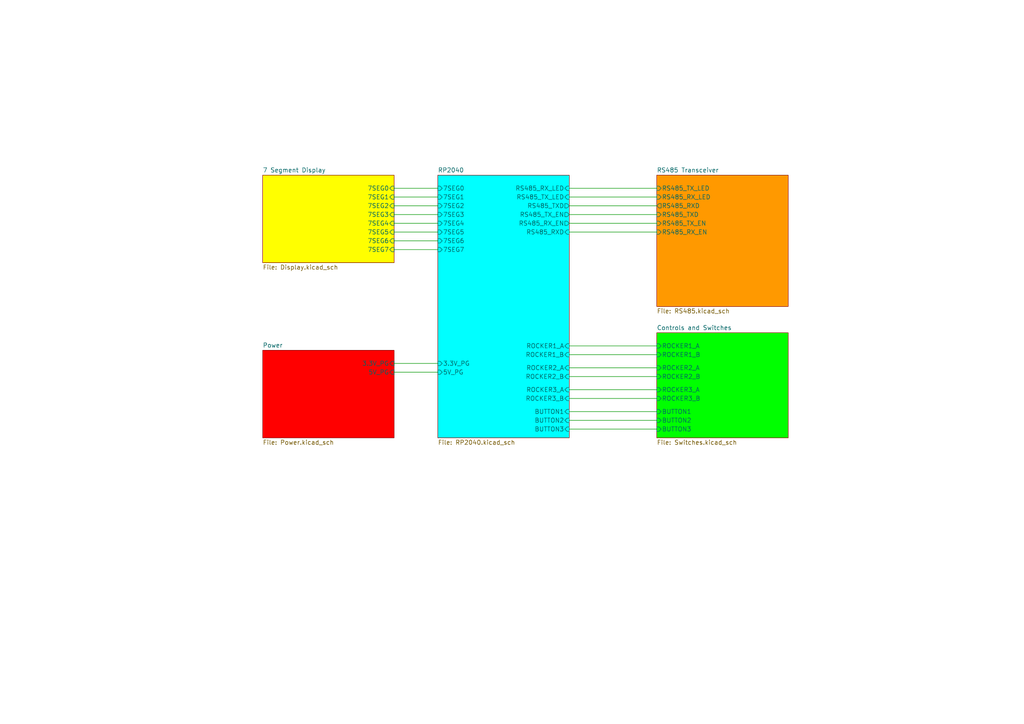
<source format=kicad_sch>
(kicad_sch
	(version 20231120)
	(generator "eeschema")
	(generator_version "8.0")
	(uuid "e29618a9-4386-4e89-b18e-ffca5bc42d97")
	(paper "A4")
	(lib_symbols)
	(wire
		(pts
			(xy 114.3 105.41) (xy 127 105.41)
		)
		(stroke
			(width 0)
			(type default)
		)
		(uuid "20ff1932-d6b2-4f40-b353-a8bc6174fcab")
	)
	(wire
		(pts
			(xy 165.1 124.46) (xy 190.5 124.46)
		)
		(stroke
			(width 0)
			(type default)
		)
		(uuid "45258ebc-5be4-4111-a273-00233f5397be")
	)
	(wire
		(pts
			(xy 165.1 102.87) (xy 190.5 102.87)
		)
		(stroke
			(width 0)
			(type default)
		)
		(uuid "48b9a27b-8d74-4e29-91d7-a195bc7f335a")
	)
	(wire
		(pts
			(xy 114.3 107.95) (xy 127 107.95)
		)
		(stroke
			(width 0)
			(type default)
		)
		(uuid "48c9bd82-fe61-48a4-a017-c3c32d981e0a")
	)
	(wire
		(pts
			(xy 114.3 57.15) (xy 127 57.15)
		)
		(stroke
			(width 0)
			(type default)
		)
		(uuid "4ff73549-81c7-4a3e-a2a2-5625938d9c7d")
	)
	(wire
		(pts
			(xy 165.1 59.69) (xy 190.5 59.69)
		)
		(stroke
			(width 0)
			(type default)
		)
		(uuid "694759a8-77bb-4dc5-81fd-4991b67c51d0")
	)
	(wire
		(pts
			(xy 165.1 121.92) (xy 190.5 121.92)
		)
		(stroke
			(width 0)
			(type default)
		)
		(uuid "69de5765-cb17-4c05-8086-4e4db83280b3")
	)
	(wire
		(pts
			(xy 165.1 54.61) (xy 190.5 54.61)
		)
		(stroke
			(width 0)
			(type default)
		)
		(uuid "6f3719fc-a633-4f2b-8839-9e716e7302c9")
	)
	(wire
		(pts
			(xy 165.1 57.15) (xy 190.5 57.15)
		)
		(stroke
			(width 0)
			(type default)
		)
		(uuid "72bf141f-772e-4f54-90ff-8be7a96a27a9")
	)
	(wire
		(pts
			(xy 114.3 67.31) (xy 127 67.31)
		)
		(stroke
			(width 0)
			(type default)
		)
		(uuid "7619730d-83d7-42cf-a0fa-f9df8e45ce94")
	)
	(wire
		(pts
			(xy 114.3 59.69) (xy 127 59.69)
		)
		(stroke
			(width 0)
			(type default)
		)
		(uuid "7c36452a-0b8e-46c4-8446-60d021c41819")
	)
	(wire
		(pts
			(xy 114.3 72.39) (xy 127 72.39)
		)
		(stroke
			(width 0)
			(type default)
		)
		(uuid "8a5de9c8-4c06-4453-9dd5-2a9cfaeb2e3e")
	)
	(wire
		(pts
			(xy 165.1 62.23) (xy 190.5 62.23)
		)
		(stroke
			(width 0)
			(type default)
		)
		(uuid "957ed0af-ed59-412d-b19d-561385783991")
	)
	(wire
		(pts
			(xy 114.3 64.77) (xy 127 64.77)
		)
		(stroke
			(width 0)
			(type default)
		)
		(uuid "9660a728-00f6-472e-b098-ddeb409daf1d")
	)
	(wire
		(pts
			(xy 165.1 119.38) (xy 190.5 119.38)
		)
		(stroke
			(width 0)
			(type default)
		)
		(uuid "9be9eb5e-b0bf-4f7a-9780-be01ae5e154b")
	)
	(wire
		(pts
			(xy 114.3 62.23) (xy 127 62.23)
		)
		(stroke
			(width 0)
			(type default)
		)
		(uuid "9fe0da1f-62f6-4c6f-aaa3-d92cad60d67e")
	)
	(wire
		(pts
			(xy 114.3 69.85) (xy 127 69.85)
		)
		(stroke
			(width 0)
			(type default)
		)
		(uuid "aac4abc8-39e2-4b9f-b624-92ccad05cfd6")
	)
	(wire
		(pts
			(xy 165.1 64.77) (xy 190.5 64.77)
		)
		(stroke
			(width 0)
			(type default)
		)
		(uuid "aed59e4a-b753-4884-92f3-bea25371a497")
	)
	(wire
		(pts
			(xy 114.3 54.61) (xy 127 54.61)
		)
		(stroke
			(width 0)
			(type default)
		)
		(uuid "c7ff2247-9d92-4895-b405-92b4ef8427d3")
	)
	(wire
		(pts
			(xy 165.1 115.57) (xy 190.5 115.57)
		)
		(stroke
			(width 0)
			(type default)
		)
		(uuid "cf5e9183-ef01-4fc5-b0e0-afce1ce11d22")
	)
	(wire
		(pts
			(xy 165.1 106.68) (xy 190.5 106.68)
		)
		(stroke
			(width 0)
			(type default)
		)
		(uuid "d0fb5049-4153-4985-868d-e12b813f4fb8")
	)
	(wire
		(pts
			(xy 165.1 113.03) (xy 190.5 113.03)
		)
		(stroke
			(width 0)
			(type default)
		)
		(uuid "d2da77ac-b88a-4484-a18a-37d5c94e06d0")
	)
	(wire
		(pts
			(xy 165.1 109.22) (xy 190.5 109.22)
		)
		(stroke
			(width 0)
			(type default)
		)
		(uuid "f9514069-e9ca-428e-b126-20ef68a1f8a1")
	)
	(wire
		(pts
			(xy 165.1 100.33) (xy 190.5 100.33)
		)
		(stroke
			(width 0)
			(type default)
		)
		(uuid "fe17a8b3-c6b5-4324-828f-56e9c5de6bec")
	)
	(wire
		(pts
			(xy 165.1 67.31) (xy 190.5 67.31)
		)
		(stroke
			(width 0)
			(type default)
		)
		(uuid "fe2eed08-0ed4-41ec-aecb-3a08e30d860b")
	)
	(sheet
		(at 190.5 96.52)
		(size 38.1 30.48)
		(fields_autoplaced yes)
		(stroke
			(width 0.1524)
			(type solid)
		)
		(fill
			(color 0 255 0 1.0000)
		)
		(uuid "03c032f6-d9ec-4cb0-8301-df4c86f9d6f2")
		(property "Sheetname" "Controls and Switches"
			(at 190.5 95.8084 0)
			(effects
				(font
					(size 1.27 1.27)
				)
				(justify left bottom)
			)
		)
		(property "Sheetfile" "Switches.kicad_sch"
			(at 190.5 127.5846 0)
			(effects
				(font
					(size 1.27 1.27)
				)
				(justify left top)
			)
		)
		(pin "ROCKER1_B" input
			(at 190.5 102.87 180)
			(effects
				(font
					(size 1.27 1.27)
				)
				(justify left)
			)
			(uuid "ce6b8914-e01e-4f6d-ada6-8ee4d0de3229")
		)
		(pin "ROCKER2_B" input
			(at 190.5 109.22 180)
			(effects
				(font
					(size 1.27 1.27)
				)
				(justify left)
			)
			(uuid "f7e5dc0d-c1a0-46f3-983b-bc24e880072f")
		)
		(pin "ROCKER1_A" input
			(at 190.5 100.33 180)
			(effects
				(font
					(size 1.27 1.27)
				)
				(justify left)
			)
			(uuid "ae4b1398-36b8-4b6f-a4d0-e4ac24d9f2b3")
		)
		(pin "ROCKER2_A" input
			(at 190.5 106.68 180)
			(effects
				(font
					(size 1.27 1.27)
				)
				(justify left)
			)
			(uuid "8dce99a2-c9e5-4b09-98aa-cc7cd3809696")
		)
		(pin "ROCKER3_B" input
			(at 190.5 115.57 180)
			(effects
				(font
					(size 1.27 1.27)
				)
				(justify left)
			)
			(uuid "ce5ed688-f7c2-497a-96cb-4a9be0d3fe15")
		)
		(pin "ROCKER3_A" input
			(at 190.5 113.03 180)
			(effects
				(font
					(size 1.27 1.27)
				)
				(justify left)
			)
			(uuid "ec6e4e5e-fe5c-48ee-9469-5bb9f30ce2df")
		)
		(pin "BUTTON2" input
			(at 190.5 121.92 180)
			(effects
				(font
					(size 1.27 1.27)
				)
				(justify left)
			)
			(uuid "d56ac78a-1c46-48b3-b8b2-2110f4149d39")
		)
		(pin "BUTTON3" input
			(at 190.5 124.46 180)
			(effects
				(font
					(size 1.27 1.27)
				)
				(justify left)
			)
			(uuid "32133fbe-fb2d-48f2-a219-430e5f05f601")
		)
		(pin "BUTTON1" input
			(at 190.5 119.38 180)
			(effects
				(font
					(size 1.27 1.27)
				)
				(justify left)
			)
			(uuid "686011c9-68c9-4676-b91e-094caf643e16")
		)
		(instances
			(project "recline-controls"
				(path "/e29618a9-4386-4e89-b18e-ffca5bc42d97"
					(page "6")
				)
			)
		)
	)
	(sheet
		(at 127 50.8)
		(size 38.1 76.2)
		(fields_autoplaced yes)
		(stroke
			(width 0.1524)
			(type solid)
		)
		(fill
			(color 0 255 255 1.0000)
		)
		(uuid "4f78fe3d-4cd4-441a-a603-f2bfa84ad956")
		(property "Sheetname" "RP2040"
			(at 127 50.0884 0)
			(effects
				(font
					(size 1.27 1.27)
				)
				(justify left bottom)
			)
		)
		(property "Sheetfile" "RP2040.kicad_sch"
			(at 127 127.5846 0)
			(effects
				(font
					(size 1.27 1.27)
				)
				(justify left top)
			)
		)
		(pin "RS485_RX_LED" input
			(at 165.1 54.61 0)
			(effects
				(font
					(size 1.27 1.27)
				)
				(justify right)
			)
			(uuid "7a0d1755-fa62-437d-afa7-543d62c41469")
		)
		(pin "RS485_TXD" output
			(at 165.1 59.69 0)
			(effects
				(font
					(size 1.27 1.27)
				)
				(justify right)
			)
			(uuid "f3500bf1-c335-4bd2-9de6-74e9e218af37")
		)
		(pin "RS485_TX_EN" output
			(at 165.1 62.23 0)
			(effects
				(font
					(size 1.27 1.27)
				)
				(justify right)
			)
			(uuid "75004a2a-172c-4075-9d8d-4ced817f5f0e")
		)
		(pin "RS485_TX_LED" input
			(at 165.1 57.15 0)
			(effects
				(font
					(size 1.27 1.27)
				)
				(justify right)
			)
			(uuid "bd89dd63-ebf5-4084-9b89-bc3c6f34d087")
		)
		(pin "RS485_RX_EN" output
			(at 165.1 64.77 0)
			(effects
				(font
					(size 1.27 1.27)
				)
				(justify right)
			)
			(uuid "0a382720-367b-422e-8f6e-2892f9a4495b")
		)
		(pin "RS485_RXD" input
			(at 165.1 67.31 0)
			(effects
				(font
					(size 1.27 1.27)
				)
				(justify right)
			)
			(uuid "b33f2859-772f-4b98-a729-38630812acf3")
		)
		(pin "5V_PG" input
			(at 127 107.95 180)
			(effects
				(font
					(size 1.27 1.27)
				)
				(justify left)
			)
			(uuid "c5c90e34-2332-44ff-a1a2-bc62a711a2a1")
		)
		(pin "3.3V_PG" input
			(at 127 105.41 180)
			(effects
				(font
					(size 1.27 1.27)
				)
				(justify left)
			)
			(uuid "8c2aa228-3ce8-4212-94fd-16c1b37fa279")
		)
		(pin "ROCKER1_A" input
			(at 165.1 100.33 0)
			(effects
				(font
					(size 1.27 1.27)
				)
				(justify right)
			)
			(uuid "c31d1c55-e7ba-4f82-b3e0-2121be38eb8c")
		)
		(pin "ROCKER2_A" input
			(at 165.1 106.68 0)
			(effects
				(font
					(size 1.27 1.27)
				)
				(justify right)
			)
			(uuid "8b074fef-114c-4551-9d56-3fefc1fe8d72")
		)
		(pin "ROCKER2_B" input
			(at 165.1 109.22 0)
			(effects
				(font
					(size 1.27 1.27)
				)
				(justify right)
			)
			(uuid "1308450d-cdc0-4614-afde-093a40f4bbe6")
		)
		(pin "ROCKER1_B" input
			(at 165.1 102.87 0)
			(effects
				(font
					(size 1.27 1.27)
				)
				(justify right)
			)
			(uuid "e91d51fe-e093-47f4-b9f9-73883768c20e")
		)
		(pin "BUTTON2" input
			(at 165.1 121.92 0)
			(effects
				(font
					(size 1.27 1.27)
				)
				(justify right)
			)
			(uuid "46d05784-af9d-4828-b7df-f548dc4986ce")
		)
		(pin "BUTTON1" input
			(at 165.1 119.38 0)
			(effects
				(font
					(size 1.27 1.27)
				)
				(justify right)
			)
			(uuid "d5cca057-db67-49a2-8854-a0a4690a8896")
		)
		(pin "ROCKER3_B" input
			(at 165.1 115.57 0)
			(effects
				(font
					(size 1.27 1.27)
				)
				(justify right)
			)
			(uuid "72f399e6-d01c-4984-9715-6e6c1bacbde4")
		)
		(pin "ROCKER3_A" input
			(at 165.1 113.03 0)
			(effects
				(font
					(size 1.27 1.27)
				)
				(justify right)
			)
			(uuid "51cf79a0-cad1-4c4e-9fde-b51533fdbd7f")
		)
		(pin "BUTTON3" input
			(at 165.1 124.46 0)
			(effects
				(font
					(size 1.27 1.27)
				)
				(justify right)
			)
			(uuid "f96459f4-a24a-409d-bfc3-24d121a59eb3")
		)
		(pin "7SEG4" input
			(at 127 64.77 180)
			(effects
				(font
					(size 1.27 1.27)
				)
				(justify left)
			)
			(uuid "5365df03-2d2a-425a-86d8-8367804a59ec")
		)
		(pin "7SEG2" input
			(at 127 59.69 180)
			(effects
				(font
					(size 1.27 1.27)
				)
				(justify left)
			)
			(uuid "8e87d7b1-15aa-44be-95c8-b0c88da1a245")
		)
		(pin "7SEG1" input
			(at 127 57.15 180)
			(effects
				(font
					(size 1.27 1.27)
				)
				(justify left)
			)
			(uuid "34e7b61e-1a69-42e1-b65b-cbbcbff221d9")
		)
		(pin "7SEG5" input
			(at 127 67.31 180)
			(effects
				(font
					(size 1.27 1.27)
				)
				(justify left)
			)
			(uuid "4903f5a1-4fd0-4469-bef6-806de09ba28b")
		)
		(pin "7SEG3" input
			(at 127 62.23 180)
			(effects
				(font
					(size 1.27 1.27)
				)
				(justify left)
			)
			(uuid "e423788e-4e31-476f-9baf-91adfb6f9c8a")
		)
		(pin "7SEG6" input
			(at 127 69.85 180)
			(effects
				(font
					(size 1.27 1.27)
				)
				(justify left)
			)
			(uuid "6b21244b-1c69-4fc7-aa4b-4321831355c8")
		)
		(pin "7SEG7" input
			(at 127 72.39 180)
			(effects
				(font
					(size 1.27 1.27)
				)
				(justify left)
			)
			(uuid "e2e39811-13af-4270-9b5b-ac3fe141a738")
		)
		(pin "7SEG0" input
			(at 127 54.61 180)
			(effects
				(font
					(size 1.27 1.27)
				)
				(justify left)
			)
			(uuid "83fdd73b-b313-45d0-abb1-6d16f057daee")
		)
		(instances
			(project "recline-controls"
				(path "/e29618a9-4386-4e89-b18e-ffca5bc42d97"
					(page "2")
				)
			)
		)
	)
	(sheet
		(at 76.2 50.8)
		(size 38.1 25.4)
		(fields_autoplaced yes)
		(stroke
			(width 0.1524)
			(type solid)
		)
		(fill
			(color 255 255 0 1.0000)
		)
		(uuid "84696a81-4303-4dc9-95d6-8f2833f496ab")
		(property "Sheetname" "7 Segment Display"
			(at 76.2 50.0884 0)
			(effects
				(font
					(size 1.27 1.27)
				)
				(justify left bottom)
			)
		)
		(property "Sheetfile" "Display.kicad_sch"
			(at 76.2 76.7846 0)
			(effects
				(font
					(size 1.27 1.27)
				)
				(justify left top)
			)
		)
		(pin "7SEG5" input
			(at 114.3 67.31 0)
			(effects
				(font
					(size 1.27 1.27)
				)
				(justify right)
			)
			(uuid "4c377d58-b613-4619-ae34-c70cf4fdf453")
		)
		(pin "7SEG2" input
			(at 114.3 59.69 0)
			(effects
				(font
					(size 1.27 1.27)
				)
				(justify right)
			)
			(uuid "79c09c68-9719-41d7-a4c4-c372eb776546")
		)
		(pin "7SEG1" input
			(at 114.3 57.15 0)
			(effects
				(font
					(size 1.27 1.27)
				)
				(justify right)
			)
			(uuid "1254a775-f0d4-46bf-9ef8-3de398ced1fb")
		)
		(pin "7SEG3" input
			(at 114.3 62.23 0)
			(effects
				(font
					(size 1.27 1.27)
				)
				(justify right)
			)
			(uuid "67b5ae22-a6bd-42e2-bc21-91e6eaeea28a")
		)
		(pin "7SEG7" input
			(at 114.3 72.39 0)
			(effects
				(font
					(size 1.27 1.27)
				)
				(justify right)
			)
			(uuid "01058bd1-977b-4f69-88b0-c813688f71d5")
		)
		(pin "7SEG4" input
			(at 114.3 64.77 0)
			(effects
				(font
					(size 1.27 1.27)
				)
				(justify right)
			)
			(uuid "a401018d-9205-4014-a5eb-60d2052a988e")
		)
		(pin "7SEG6" input
			(at 114.3 69.85 0)
			(effects
				(font
					(size 1.27 1.27)
				)
				(justify right)
			)
			(uuid "02ebd90f-d27e-46ba-a08e-4882d46c875a")
		)
		(pin "7SEG0" input
			(at 114.3 54.61 0)
			(effects
				(font
					(size 1.27 1.27)
				)
				(justify right)
			)
			(uuid "15b17ed9-c328-491b-a41e-a042c075fd8d")
		)
		(instances
			(project "recline-controls"
				(path "/e29618a9-4386-4e89-b18e-ffca5bc42d97"
					(page "5")
				)
			)
		)
	)
	(sheet
		(at 190.5 50.8)
		(size 38.1 38.1)
		(fields_autoplaced yes)
		(stroke
			(width 0.1524)
			(type solid)
		)
		(fill
			(color 255 153 0 1.0000)
		)
		(uuid "c015e9f1-b0fe-4071-88b9-a5f7158e9ed8")
		(property "Sheetname" "RS485 Transceiver"
			(at 190.5 50.0884 0)
			(effects
				(font
					(size 1.27 1.27)
				)
				(justify left bottom)
			)
		)
		(property "Sheetfile" "RS485.kicad_sch"
			(at 190.5 89.4846 0)
			(effects
				(font
					(size 1.27 1.27)
				)
				(justify left top)
			)
		)
		(pin "RS485_TX_LED" input
			(at 190.5 54.61 180)
			(effects
				(font
					(size 1.27 1.27)
				)
				(justify left)
			)
			(uuid "d53a7dc6-d244-4e82-b6b6-a1ef72f09f72")
		)
		(pin "RS485_RX_LED" input
			(at 190.5 57.15 180)
			(effects
				(font
					(size 1.27 1.27)
				)
				(justify left)
			)
			(uuid "755ee75e-dcbb-4d6e-9347-e2417b88cc03")
		)
		(pin "RS485_RXD" output
			(at 190.5 59.69 180)
			(effects
				(font
					(size 1.27 1.27)
				)
				(justify left)
			)
			(uuid "fdf452a9-af74-44a7-83af-3f4f11ed9512")
		)
		(pin "RS485_TX_EN" input
			(at 190.5 64.77 180)
			(effects
				(font
					(size 1.27 1.27)
				)
				(justify left)
			)
			(uuid "e2e15538-81fc-4e10-8886-354d657ae906")
		)
		(pin "RS485_TXD" input
			(at 190.5 62.23 180)
			(effects
				(font
					(size 1.27 1.27)
				)
				(justify left)
			)
			(uuid "1499f9cc-505f-491c-9f59-911941508a19")
		)
		(pin "RS485_RX_EN" input
			(at 190.5 67.31 180)
			(effects
				(font
					(size 1.27 1.27)
				)
				(justify left)
			)
			(uuid "c1cad01a-aaa0-4dd5-9058-e39461164c88")
		)
		(instances
			(project "recline-controls"
				(path "/e29618a9-4386-4e89-b18e-ffca5bc42d97"
					(page "3")
				)
			)
		)
	)
	(sheet
		(at 76.2 101.6)
		(size 38.1 25.4)
		(fields_autoplaced yes)
		(stroke
			(width 0.1524)
			(type solid)
		)
		(fill
			(color 255 0 0 1.0000)
		)
		(uuid "ffdb6a6a-bf4e-425d-9eb8-ac5ba3c4a7b2")
		(property "Sheetname" "Power"
			(at 76.2 100.8884 0)
			(effects
				(font
					(size 1.27 1.27)
				)
				(justify left bottom)
			)
		)
		(property "Sheetfile" "Power.kicad_sch"
			(at 76.2 127.5846 0)
			(effects
				(font
					(size 1.27 1.27)
				)
				(justify left top)
			)
		)
		(pin "3.3V_PG" input
			(at 114.3 105.41 0)
			(effects
				(font
					(size 1.27 1.27)
				)
				(justify right)
			)
			(uuid "05b76a00-15c0-4f95-bddd-7907c935f49c")
		)
		(pin "5V_PG" input
			(at 114.3 107.95 0)
			(effects
				(font
					(size 1.27 1.27)
				)
				(justify right)
			)
			(uuid "a3978c4c-dadf-4d73-9d39-4ff8a5a79b83")
		)
		(instances
			(project "recline-controls"
				(path "/e29618a9-4386-4e89-b18e-ffca5bc42d97"
					(page "4")
				)
			)
		)
	)
	(sheet_instances
		(path "/"
			(page "1")
		)
	)
)

</source>
